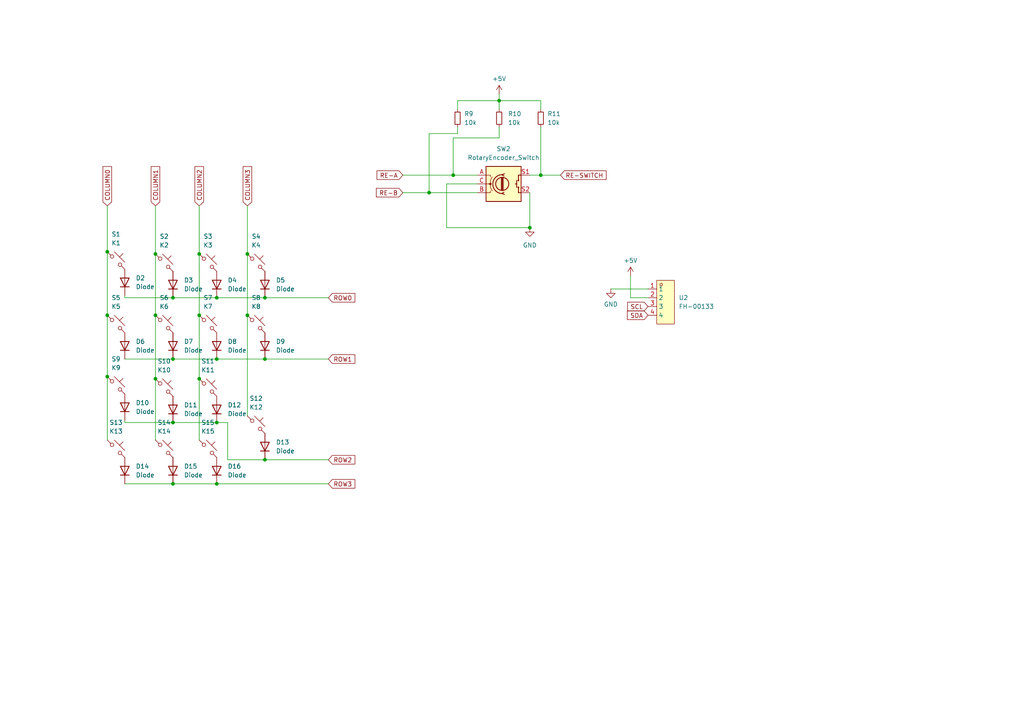
<source format=kicad_sch>
(kicad_sch (version 20230121) (generator eeschema)
  (paper "A4")
  (lib_symbols
    (symbol "Device:R_Small" (pin_numbers hide) (pin_names (offset 0.254) hide)
      (property "Reference" "R" (at 0.762 0.508 0))
      (property "Value" "R_Small" (at 0.762 -1.016 0))
      (symbol "R_Small_0_1"
        (rectangle (start -0.762 1.778) (end 0.762 -1.778) (stroke (width 0.2032)))
      )
      (symbol "R_Small_1_1"
        (pin passive line (at 0 2.54 270) (length 0.762) (name "~") (number "1"))
        (pin passive line (at 0 -2.54 90) (length 0.762) (name "~") (number "2"))
      )
    )
    (symbol "Device:RotaryEncoder_Switch" (pin_names (offset 0.254) hide)
      (property "Reference" "SW" (at 0 6.604 0))
      (property "Value" "RotaryEncoder_Switch" (at 0 -6.604 0))
      (symbol "RotaryEncoder_Switch_0_1"
        (rectangle (start -5.08 5.08) (end 5.08 -5.08) (stroke (width 0.254)) (fill (type background)))
        (circle (center -3.81 0) (radius 0.254) (fill (type outline)))
        (circle (center -0.381 0) (radius 1.905) (stroke (width 0.254)))
        (arc (start -0.381 2.667) (mid -3.0988 -0.0635) (end -0.381 -2.794) (stroke (width 0.254)))
        (polyline (pts (xy -0.635 -1.778) (xy -0.635 1.778)) (stroke (width 0.254)))
        (polyline (pts (xy -0.381 -1.778) (xy -0.381 1.778)) (stroke (width 0.254)))
        (polyline (pts (xy -0.127 1.778) (xy -0.127 -1.778)) (stroke (width 0.254)))
        (polyline (pts (xy 3.81 0) (xy 3.429 0)) (stroke (width 0.254)))
        (polyline (pts (xy 3.81 1.016) (xy 3.81 -1.016)) (stroke (width 0.254)))
        (polyline (pts (xy -5.08 -2.54) (xy -3.81 -2.54) (xy -3.81 -2.032)))
        (polyline (pts (xy -5.08 2.54) (xy -3.81 2.54) (xy -3.81 2.032)))
        (polyline (pts (xy 0.254 -3.048) (xy -0.508 -2.794) (xy 0.127 -2.413)) (stroke (width 0.254)))
        (polyline (pts (xy 0.254 2.921) (xy -0.508 2.667) (xy 0.127 2.286)) (stroke (width 0.254)))
        (polyline (pts (xy 5.08 -2.54) (xy 4.318 -2.54) (xy 4.318 -1.016)) (stroke (width 0.254)))
        (polyline (pts (xy 5.08 2.54) (xy 4.318 2.54) (xy 4.318 1.016)) (stroke (width 0.254)))
        (polyline (pts (xy -5.08 0) (xy -3.81 0) (xy -3.81 -1.016) (xy -3.302 -2.032)))
        (polyline (pts (xy -4.318 0) (xy -3.81 0) (xy -3.81 1.016) (xy -3.302 2.032)))
        (circle (center 4.318 -1.016) (radius 0.127) (stroke (width 0.254)))
        (circle (center 4.318 1.016) (radius 0.127) (stroke (width 0.254)))
      )
      (symbol "RotaryEncoder_Switch_1_1"
        (pin passive line (at -7.62 2.54 0) (length 2.54) (name "A") (number "A"))
        (pin passive line (at -7.62 -2.54 0) (length 2.54) (name "B") (number "B"))
        (pin passive line (at -7.62 0 0) (length 2.54) (name "C") (number "C"))
        (pin passive line (at 7.62 2.54 180) (length 2.54) (name "S1") (number "S1"))
        (pin passive line (at 7.62 -2.54 180) (length 2.54) (name "S2") (number "S2"))
      )
    )
    (symbol "ScottoKeebs:Placeholder_Diode" (pin_numbers hide) (pin_names hide)
      (property "Reference" "D" (at 0 2.54 0))
      (property "Value" "Diode" (at 0 -2.54 0))
      (symbol "Placeholder_Diode_0_1"
        (polyline (pts (xy -1.27 1.27) (xy -1.27 -1.27)) (stroke (width 0.254)))
        (polyline (pts (xy 1.27 0) (xy -1.27 0)))
        (polyline (pts (xy 1.27 1.27) (xy 1.27 -1.27) (xy -1.27 0) (xy 1.27 1.27)) (stroke (width 0.254)))
      )
      (symbol "Placeholder_Diode_1_1"
        (pin passive line (at -3.81 0 0) (length 2.54) (name "K") (number "1"))
        (pin passive line (at 3.81 0 180) (length 2.54) (name "A") (number "2"))
      )
    )
    (symbol "ScottoKeebs:Placeholder_Keyswitch" (pin_numbers hide) (pin_names (offset 1.016) hide)
      (property "Reference" "S" (at 3.048 1.016 0))
      (property "Value" "Keyswitch" (at 0 -3.81 0))
      (symbol "Placeholder_Keyswitch_0_1"
        (circle (center -1.1684 1.1684) (radius 0.508))
        (polyline (pts (xy -0.508 2.54) (xy 2.54 -0.508)))
        (polyline (pts (xy 1.016 1.016) (xy 2.032 2.032)))
        (polyline (pts (xy -2.54 2.54) (xy -1.524 1.524) (xy -1.524 1.524)))
        (polyline (pts (xy 1.524 -1.524) (xy 2.54 -2.54) (xy 2.54 -2.54) (xy 2.54 -2.54)))
        (circle (center 1.143 -1.1938) (radius 0.508))
        (pin passive line (at -2.54 2.54 0) (length 0) (name "1") (number "1"))
        (pin passive line (at 2.54 -2.54 180) (length 0) (name "2") (number "2"))
      )
    )
    (symbol "lcsc:FH-00133"
      (property "Reference" "U" (at 0 8.89 0))
      (property "Value" "FH-00133" (at 0 -8.89 0))
      (symbol "FH-00133_0_1"
        (rectangle (start -2.54 6.35) (end 2.54 -6.35) (fill (type background)))
        (circle (center -1.27 5.08) (radius 0.38))
        (pin unspecified line (at -5.08 3.81 0) (length 2.54) (name "1") (number "1"))
        (pin unspecified line (at -5.08 1.27 0) (length 2.54) (name "2") (number "2"))
        (pin unspecified line (at -5.08 -1.27 0) (length 2.54) (name "3") (number "3"))
        (pin unspecified line (at -5.08 -3.81 0) (length 2.54) (name "4") (number "4"))
      )
    )
    (symbol "power:+5V" (power) (pin_names (offset 0))
      (property "Value" "+5V" (at 0 3.556 0))
      (symbol "+5V_0_1"
        (polyline (pts (xy -0.762 1.27) (xy 0 2.54)))
        (polyline (pts (xy 0 0) (xy 0 2.54)))
        (polyline (pts (xy 0 2.54) (xy 0.762 1.27)))
      )
      (symbol "+5V_1_1"
        (pin power_in line (at 0 0 90) (length 0) hide (name "+5V") (number "1"))
      )
    )
    (symbol "power:GND" (power) (pin_names (offset 0))
      (property "Value" "GND" (at 0 -3.81 0))
      (symbol "GND_0_1"
        (polyline (pts (xy 0 0) (xy 0 -1.27) (xy 1.27 -1.27) (xy 0 -2.54) (xy -1.27 -1.27) (xy 0 -1.27)))
      )
      (symbol "GND_1_1"
        (pin power_in line (at 0 0 270) (length 0) hide (name "GND") (number "1"))
      )
    )
  )
  (junction (at 50.165 122.555))
  (junction (at 144.78 29.21))
  (junction (at 76.835 104.14))
  (junction (at 50.165 86.36))
  (junction (at 71.755 91.44))
  (junction (at 57.785 91.44))
  (junction (at 62.865 86.36))
  (junction (at 76.835 133.35))
  (junction (at 156.845 50.8))
  (junction (at 131.445 50.8))
  (junction (at 45.085 91.44))
  (junction (at 71.755 73.66))
  (junction (at 153.67 66.04))
  (junction (at 124.46 55.88))
  (junction (at 62.865 140.335))
  (junction (at 62.865 122.555))
  (junction (at 45.085 73.66))
  (junction (at 57.785 109.855))
  (junction (at 31.115 91.44))
  (junction (at 76.835 86.36))
  (junction (at 50.165 140.335))
  (junction (at 57.785 73.66))
  (junction (at 45.085 109.855))
  (junction (at 31.115 73.025))
  (junction (at 50.165 104.14))
  (junction (at 31.115 109.22))
  (junction (at 62.865 104.14))
  (wire (pts (xy 66.04 122.555) (xy 66.04 133.35)))
  (wire (pts (xy 57.785 73.66) (xy 57.785 91.44)))
  (wire (pts (xy 124.46 55.88) (xy 138.43 55.88)))
  (wire (pts (xy 144.78 27.305) (xy 144.78 29.21)))
  (wire (pts (xy 132.715 29.21) (xy 132.715 31.75)))
  (wire (pts (xy 138.43 53.34) (xy 129.54 53.34)))
  (wire (pts (xy 129.54 53.34) (xy 129.54 66.04)))
  (wire (pts (xy 31.115 73.025) (xy 31.115 91.44)))
  (wire (pts (xy 144.78 29.21) (xy 144.78 31.75)))
  (wire (pts (xy 62.865 104.14) (xy 76.835 104.14)))
  (wire (pts (xy 45.085 91.44) (xy 45.085 109.855)))
  (wire (pts (xy 62.865 86.36) (xy 76.835 86.36)))
  (wire (pts (xy 71.755 73.66) (xy 71.755 91.44)))
  (wire (pts (xy 129.54 66.04) (xy 153.67 66.04)))
  (wire (pts (xy 71.755 91.44) (xy 71.755 120.65)))
  (wire (pts (xy 177.165 83.82) (xy 187.96 83.82)))
  (wire (pts (xy 66.04 133.35) (xy 76.835 133.35)))
  (wire (pts (xy 153.67 66.04) (xy 153.67 55.88)))
  (wire (pts (xy 36.195 86.36) (xy 50.165 86.36)))
  (wire (pts (xy 116.84 50.8) (xy 131.445 50.8)))
  (wire (pts (xy 50.165 104.14) (xy 62.865 104.14)))
  (wire (pts (xy 124.46 38.735) (xy 124.46 55.88)))
  (wire (pts (xy 76.835 104.14) (xy 95.25 104.14)))
  (wire (pts (xy 132.715 36.83) (xy 132.715 38.735)))
  (wire (pts (xy 45.085 73.66) (xy 45.085 91.44)))
  (wire (pts (xy 50.165 140.335) (xy 62.865 140.335)))
  (wire (pts (xy 62.865 140.335) (xy 95.25 140.335)))
  (wire (pts (xy 45.085 109.855) (xy 45.085 127.635)))
  (wire (pts (xy 36.195 104.14) (xy 50.165 104.14)))
  (wire (pts (xy 57.785 59.69) (xy 57.785 73.66)))
  (wire (pts (xy 132.715 38.735) (xy 124.46 38.735)))
  (wire (pts (xy 36.195 140.335) (xy 50.165 140.335)))
  (wire (pts (xy 156.845 36.83) (xy 156.845 50.8)))
  (wire (pts (xy 57.785 109.855) (xy 57.785 127.635)))
  (wire (pts (xy 76.835 86.36) (xy 95.25 86.36)))
  (wire (pts (xy 144.78 29.21) (xy 132.715 29.21)))
  (wire (pts (xy 71.755 59.69) (xy 71.755 73.66)))
  (wire (pts (xy 153.67 50.8) (xy 156.845 50.8)))
  (wire (pts (xy 131.445 50.8) (xy 138.43 50.8)))
  (wire (pts (xy 144.78 36.83) (xy 144.78 40.005)))
  (wire (pts (xy 76.835 133.35) (xy 95.25 133.35)))
  (wire (pts (xy 144.78 29.21) (xy 156.845 29.21)))
  (wire (pts (xy 182.88 80.01) (xy 182.88 86.36)))
  (wire (pts (xy 36.195 121.92) (xy 36.195 122.555)))
  (wire (pts (xy 144.78 40.005) (xy 131.445 40.005)))
  (wire (pts (xy 57.785 91.44) (xy 57.785 109.855)))
  (wire (pts (xy 31.115 109.22) (xy 31.115 127.635)))
  (wire (pts (xy 31.115 59.69) (xy 31.115 73.025)))
  (wire (pts (xy 45.085 59.69) (xy 45.085 73.66)))
  (wire (pts (xy 116.84 55.88) (xy 124.46 55.88)))
  (wire (pts (xy 156.845 31.75) (xy 156.845 29.21)))
  (wire (pts (xy 36.195 85.725) (xy 36.195 86.36)))
  (wire (pts (xy 62.865 122.555) (xy 66.04 122.555)))
  (wire (pts (xy 131.445 40.005) (xy 131.445 50.8)))
  (wire (pts (xy 50.165 86.36) (xy 62.865 86.36)))
  (wire (pts (xy 182.88 86.36) (xy 187.96 86.36)))
  (wire (pts (xy 50.165 122.555) (xy 62.865 122.555)))
  (wire (pts (xy 36.195 122.555) (xy 50.165 122.555)))
  (wire (pts (xy 156.845 50.8) (xy 162.56 50.8)))
  (wire (pts (xy 31.115 91.44) (xy 31.115 109.22)))
  (global_label "RE-A" (shape input) (at 116.84 50.8 180) (property "Intersheetrefs" "${INTERSHEET_REFS}" (effects hide)))
  (global_label "ROW3" (shape input) (at 95.25 140.335 0) (property "Intersheetrefs" "${INTERSHEET_REFS}" (effects hide)))
  (global_label "RE-B" (shape input) (at 116.84 55.88 180) (property "Intersheetrefs" "${INTERSHEET_REFS}" (effects hide)))
  (global_label "COLUMN1" (shape input) (at 45.085 59.69 90) (property "Intersheetrefs" "${INTERSHEET_REFS}" (effects hide)))
  (global_label "SCL" (shape input) (at 187.96 88.9 180) (property "Intersheetrefs" "${INTERSHEET_REFS}" (effects hide)))
  (global_label "COLUMN0" (shape input) (at 31.115 59.69 90) (property "Intersheetrefs" "${INTERSHEET_REFS}" (effects hide)))
  (global_label "ROW1" (shape input) (at 95.25 104.14 0) (property "Intersheetrefs" "${INTERSHEET_REFS}" (effects hide)))
  (global_label "ROW0" (shape input) (at 95.25 86.36 0) (property "Intersheetrefs" "${INTERSHEET_REFS}" (effects hide)))
  (global_label "SDA" (shape input) (at 187.96 91.44 180) (property "Intersheetrefs" "${INTERSHEET_REFS}" (effects hide)))
  (global_label "COLUMN3" (shape input) (at 71.755 59.69 90) (property "Intersheetrefs" "${INTERSHEET_REFS}" (effects hide)))
  (global_label "COLUMN2" (shape input) (at 57.785 59.69 90) (property "Intersheetrefs" "${INTERSHEET_REFS}" (effects hide)))
  (global_label "RE-SWITCH" (shape input) (at 162.56 50.8 0) (property "Intersheetrefs" "${INTERSHEET_REFS}" (effects hide)))
  (global_label "ROW2" (shape input) (at 95.25 133.35 0) (property "Intersheetrefs" "${INTERSHEET_REFS}" (effects hide)))
  (symbol (lib_id "power:+5V") (at 144.78 27.305 0) (unit 1)
    (property "Reference" "#PWR016" (effects hide))
    (property "Value" "+5V" (at 144.78 22.86 0))
  )
  (symbol (lib_id "ScottoKeebs:Placeholder_Diode") (at 62.865 82.55 90) (unit 1)
    (property "Reference" "D4" (at 66.04 81.28 90) (effects (justify right)))
    (property "Value" "Diode" (at 66.04 83.82 90) (effects (justify right)))
    (property "Footprint" "ScottoKeebs_Components:Diode_DO-35" (effects hide))
    (property "Sim.Device" "D" (effects hide))
    (property "Sim.Pins" "1=K 2=A" (effects hide))
  )
  (symbol (lib_id "ScottoKeebs:Placeholder_Keyswitch") (at 33.655 75.565 0) (unit 1)
    (property "Reference" "S1" (at 33.655 67.945 0))
    (property "Value" "K1" (at 33.655 70.485 0))
    (property "Footprint" "ScottoKeebs_MX:MX_Plate_1.00u" (effects hide))
  )
  (symbol (lib_id "ScottoKeebs:Placeholder_Diode") (at 76.835 129.54 90) (unit 1)
    (property "Reference" "D13" (at 80.01 128.27 90) (effects (justify right)))
    (property "Value" "Diode" (at 80.01 130.81 90) (effects (justify right)))
    (property "Footprint" "ScottoKeebs_Components:Diode_DO-35" (effects hide))
    (property "Sim.Device" "D" (effects hide))
    (property "Sim.Pins" "1=K 2=A" (effects hide))
  )
  (symbol (lib_id "ScottoKeebs:Placeholder_Diode") (at 50.165 118.745 90) (unit 1)
    (property "Reference" "D11" (at 53.34 117.475 90) (effects (justify right)))
    (property "Value" "Diode" (at 53.34 120.015 90) (effects (justify right)))
    (property "Footprint" "ScottoKeebs_Components:Diode_DO-35" (effects hide))
    (property "Sim.Device" "D" (effects hide))
    (property "Sim.Pins" "1=K 2=A" (effects hide))
  )
  (symbol (lib_id "Device:R_Small") (at 156.845 34.29 0) (unit 1)
    (property "Reference" "R11" (at 158.75 33.02 0) (effects (justify left)))
    (property "Value" "10k" (at 158.75 35.56 0) (effects (justify left)))
    (property "Footprint" "Resistor_SMD:R_0805_2012Metric_Pad1.20x1.40mm_HandSolder" (effects hide))
  )
  (symbol (lib_id "ScottoKeebs:Placeholder_Diode") (at 76.835 82.55 90) (unit 1)
    (property "Reference" "D5" (at 80.01 81.28 90) (effects (justify right)))
    (property "Value" "Diode" (at 80.01 83.82 90) (effects (justify right)))
    (property "Footprint" "ScottoKeebs_Components:Diode_DO-35" (effects hide))
    (property "Sim.Device" "D" (effects hide))
    (property "Sim.Pins" "1=K 2=A" (effects hide))
  )
  (symbol (lib_id "ScottoKeebs:Placeholder_Keyswitch") (at 47.625 112.395 0) (unit 1)
    (property "Reference" "S10" (at 47.625 104.775 0))
    (property "Value" "K10" (at 47.625 107.315 0))
    (property "Footprint" "ScottoKeebs_MX:MX_Plate_1.00u" (effects hide))
  )
  (symbol (lib_id "ScottoKeebs:Placeholder_Keyswitch") (at 33.655 130.175 0) (unit 1)
    (property "Reference" "S13" (at 33.655 122.555 0))
    (property "Value" "K13" (at 33.655 125.095 0))
    (property "Footprint" "ScottoKeebs_MX:MX_Plate_1.00u" (effects hide))
  )
  (symbol (lib_id "Device:R_Small") (at 144.78 34.29 0) (unit 1)
    (property "Reference" "R10" (at 147.32 33.02 0) (effects (justify left)))
    (property "Value" "10k" (at 147.32 35.56 0) (effects (justify left)))
    (property "Footprint" "Resistor_SMD:R_0805_2012Metric_Pad1.20x1.40mm_HandSolder" (effects hide))
  )
  (symbol (lib_id "ScottoKeebs:Placeholder_Keyswitch") (at 74.295 93.98 0) (unit 1)
    (property "Reference" "S8" (at 74.295 86.36 0))
    (property "Value" "K8" (at 74.295 88.9 0))
    (property "Footprint" "ScottoKeebs_MX:MX_Plate_1.00u" (effects hide))
  )
  (symbol (lib_id "ScottoKeebs:Placeholder_Keyswitch") (at 60.325 76.2 0) (unit 1)
    (property "Reference" "S3" (at 60.325 68.58 0))
    (property "Value" "K3" (at 60.325 71.12 0))
    (property "Footprint" "ScottoKeebs_MX:MX_Plate_1.00u" (effects hide))
  )
  (symbol (lib_id "ScottoKeebs:Placeholder_Diode") (at 62.865 100.33 90) (unit 1)
    (property "Reference" "D8" (at 66.04 99.06 90) (effects (justify right)))
    (property "Value" "Diode" (at 66.04 101.6 90) (effects (justify right)))
    (property "Footprint" "ScottoKeebs_Components:Diode_DO-35" (effects hide))
    (property "Sim.Device" "D" (effects hide))
    (property "Sim.Pins" "1=K 2=A" (effects hide))
  )
  (symbol (lib_id "Device:RotaryEncoder_Switch") (at 146.05 53.34 0) (unit 1)
    (property "Reference" "SW2" (at 146.05 43.18 0))
    (property "Value" "RotaryEncoder_Switch" (at 146.05 45.72 0))
    (property "Footprint" "Rotary_Encoder:RotaryEncoder_Alps_EC12E-Switch_Vertical_H20mm" (effects hide))
  )
  (symbol (lib_id "ScottoKeebs:Placeholder_Diode") (at 36.195 81.915 90) (unit 1)
    (property "Reference" "D2" (at 39.37 80.645 90) (effects (justify right)))
    (property "Value" "Diode" (at 39.37 83.185 90) (effects (justify right)))
    (property "Footprint" "ScottoKeebs_Components:Diode_DO-35" (effects hide))
    (property "Sim.Device" "D" (effects hide))
    (property "Sim.Pins" "1=K 2=A" (effects hide))
  )
  (symbol (lib_id "power:+5V") (at 182.88 80.01 0) (unit 1)
    (property "Reference" "#PWR018" (effects hide))
    (property "Value" "+5V" (at 182.88 75.565 0))
  )
  (symbol (lib_id "ScottoKeebs:Placeholder_Keyswitch") (at 33.655 111.76 0) (unit 1)
    (property "Reference" "S9" (at 33.655 104.14 0))
    (property "Value" "K9" (at 33.655 106.68 0))
    (property "Footprint" "ScottoKeebs_MX:MX_Plate_1.00u" (effects hide))
  )
  (symbol (lib_id "ScottoKeebs:Placeholder_Keyswitch") (at 47.625 130.175 0) (unit 1)
    (property "Reference" "S14" (at 47.625 122.555 0))
    (property "Value" "K14" (at 47.625 125.095 0))
    (property "Footprint" "ScottoKeebs_MX:MX_Plate_1.00u" (effects hide))
  )
  (symbol (lib_id "ScottoKeebs:Placeholder_Diode") (at 62.865 118.745 90) (unit 1)
    (property "Reference" "D12" (at 66.04 117.475 90) (effects (justify right)))
    (property "Value" "Diode" (at 66.04 120.015 90) (effects (justify right)))
    (property "Footprint" "ScottoKeebs_Components:Diode_DO-35" (effects hide))
    (property "Sim.Device" "D" (effects hide))
    (property "Sim.Pins" "1=K 2=A" (effects hide))
  )
  (symbol (lib_id "Device:R_Small") (at 132.715 34.29 0) (unit 1)
    (property "Reference" "R9" (at 134.62 33.02 0) (effects (justify left)))
    (property "Value" "10k" (at 134.62 35.56 0) (effects (justify left)))
    (property "Footprint" "Resistor_SMD:R_0805_2012Metric_Pad1.20x1.40mm_HandSolder" (effects hide))
  )
  (symbol (lib_id "ScottoKeebs:Placeholder_Diode") (at 62.865 136.525 90) (unit 1)
    (property "Reference" "D16" (at 66.04 135.255 90) (effects (justify right)))
    (property "Value" "Diode" (at 66.04 137.795 90) (effects (justify right)))
    (property "Footprint" "ScottoKeebs_Components:Diode_DO-35" (effects hide))
    (property "Sim.Device" "D" (effects hide))
    (property "Sim.Pins" "1=K 2=A" (effects hide))
  )
  (symbol (lib_id "ScottoKeebs:Placeholder_Keyswitch") (at 74.295 123.19 0) (unit 1)
    (property "Reference" "S12" (at 74.295 115.57 0))
    (property "Value" "K12" (at 74.295 118.11 0))
    (property "Footprint" "ScottoKeebs_MX:MX_Plate_1.00u" (effects hide))
  )
  (symbol (lib_id "ScottoKeebs:Placeholder_Diode") (at 50.165 82.55 90) (unit 1)
    (property "Reference" "D3" (at 53.34 81.28 90) (effects (justify right)))
    (property "Value" "Diode" (at 53.34 83.82 90) (effects (justify right)))
    (property "Footprint" "ScottoKeebs_Components:Diode_DO-35" (effects hide))
    (property "Sim.Device" "D" (effects hide))
    (property "Sim.Pins" "1=K 2=A" (effects hide))
  )
  (symbol (lib_id "ScottoKeebs:Placeholder_Keyswitch") (at 47.625 76.2 0) (unit 1)
    (property "Reference" "S2" (at 47.625 68.58 0))
    (property "Value" "K2" (at 47.625 71.12 0))
    (property "Footprint" "ScottoKeebs_MX:MX_Plate_1.00u" (effects hide))
  )
  (symbol (lib_id "ScottoKeebs:Placeholder_Keyswitch") (at 47.625 93.98 0) (unit 1)
    (property "Reference" "S6" (at 47.625 86.36 0))
    (property "Value" "K6" (at 47.625 88.9 0))
    (property "Footprint" "ScottoKeebs_MX:MX_Plate_1.00u" (effects hide))
  )
  (symbol (lib_id "ScottoKeebs:Placeholder_Keyswitch") (at 60.325 112.395 0) (unit 1)
    (property "Reference" "S11" (at 60.325 104.775 0))
    (property "Value" "K11" (at 60.325 107.315 0))
    (property "Footprint" "ScottoKeebs_MX:MX_Plate_1.00u" (effects hide))
  )
  (symbol (lib_id "power:GND") (at 153.67 66.04 0) (unit 1)
    (property "Reference" "#PWR015" (effects hide))
    (property "Value" "GND" (at 153.67 71.12 0))
  )
  (symbol (lib_id "ScottoKeebs:Placeholder_Diode") (at 36.195 100.33 90) (unit 1)
    (property "Reference" "D6" (at 39.37 99.06 90) (effects (justify right)))
    (property "Value" "Diode" (at 39.37 101.6 90) (effects (justify right)))
    (property "Footprint" "ScottoKeebs_Components:Diode_DO-35" (effects hide))
    (property "Sim.Device" "D" (effects hide))
    (property "Sim.Pins" "1=K 2=A" (effects hide))
  )
  (symbol (lib_id "ScottoKeebs:Placeholder_Diode") (at 50.165 136.525 90) (unit 1)
    (property "Reference" "D15" (at 53.34 135.255 90) (effects (justify right)))
    (property "Value" "Diode" (at 53.34 137.795 90) (effects (justify right)))
    (property "Footprint" "ScottoKeebs_Components:Diode_DO-35" (effects hide))
    (property "Sim.Device" "D" (effects hide))
    (property "Sim.Pins" "1=K 2=A" (effects hide))
  )
  (symbol (lib_id "ScottoKeebs:Placeholder_Keyswitch") (at 60.325 130.175 0) (unit 1)
    (property "Reference" "S15" (at 60.325 122.555 0))
    (property "Value" "K15" (at 60.325 125.095 0))
    (property "Footprint" "ScottoKeebs_MX:MX_Plate_1.00u" (effects hide))
  )
  (symbol (lib_id "ScottoKeebs:Placeholder_Diode") (at 76.835 100.33 90) (unit 1)
    (property "Reference" "D9" (at 80.01 99.06 90) (effects (justify right)))
    (property "Value" "Diode" (at 80.01 101.6 90) (effects (justify right)))
    (property "Footprint" "ScottoKeebs_Components:Diode_DO-35" (effects hide))
    (property "Sim.Device" "D" (effects hide))
    (property "Sim.Pins" "1=K 2=A" (effects hide))
  )
  (symbol (lib_id "ScottoKeebs:Placeholder_Diode") (at 50.165 100.33 90) (unit 1)
    (property "Reference" "D7" (at 53.34 99.06 90) (effects (justify right)))
    (property "Value" "Diode" (at 53.34 101.6 90) (effects (justify right)))
    (property "Footprint" "ScottoKeebs_Components:Diode_DO-35" (effects hide))
    (property "Sim.Device" "D" (effects hide))
    (property "Sim.Pins" "1=K 2=A" (effects hide))
  )
  (symbol (lib_id "lcsc:FH-00133") (at 193.04 87.63 0) (unit 1)
    (property "Reference" "U2" (at 196.85 86.36 0) (effects (justify left)))
    (property "Value" "FH-00133" (at 196.85 88.9 0) (effects (justify left)))
    (property "Footprint" "Connector_PinSocket_2.54mm:PinSocket_1x04_P2.54mm_Vertical" (effects hide))
    (property "LCSC Part" "C2685089" (effects hide))
  )
  (symbol (lib_id "ScottoKeebs:Placeholder_Keyswitch") (at 60.325 93.98 0) (unit 1)
    (property "Reference" "S7" (at 60.325 86.36 0))
    (property "Value" "K7" (at 60.325 88.9 0))
    (property "Footprint" "ScottoKeebs_MX:MX_Plate_1.00u" (effects hide))
  )
  (symbol (lib_id "ScottoKeebs:Placeholder_Keyswitch") (at 74.295 76.2 0) (unit 1)
    (property "Reference" "S4" (at 74.295 68.58 0))
    (property "Value" "K4" (at 74.295 71.12 0))
    (property "Footprint" "ScottoKeebs_MX:MX_Plate_1.00u" (effects hide))
  )
  (symbol (lib_id "ScottoKeebs:Placeholder_Diode") (at 36.195 136.525 90) (unit 1)
    (property "Reference" "D14" (at 39.37 135.255 90) (effects (justify right)))
    (property "Value" "Diode" (at 39.37 137.795 90) (effects (justify right)))
    (property "Footprint" "ScottoKeebs_Components:Diode_DO-35" (effects hide))
    (property "Sim.Device" "D" (effects hide))
    (property "Sim.Pins" "1=K 2=A" (effects hide))
  )
  (symbol (lib_id "ScottoKeebs:Placeholder_Keyswitch") (at 33.655 93.98 0) (unit 1)
    (property "Reference" "S5" (at 33.655 86.36 0))
    (property "Value" "K5" (at 33.655 88.9 0))
    (property "Footprint" "ScottoKeebs_MX:MX_Plate_1.00u" (effects hide))
  )
  (symbol (lib_id "power:GND") (at 177.165 83.82 0) (unit 1)
    (property "Reference" "#PWR017" (effects hide))
    (property "Value" "GND" (at 177.165 88.265 0))
  )
  (symbol (lib_id "ScottoKeebs:Placeholder_Diode") (at 36.195 118.11 90) (unit 1)
    (property "Reference" "D10" (at 39.37 116.84 90) (effects (justify right)))
    (property "Value" "Diode" (at 39.37 119.38 90) (effects (justify right)))
    (property "Footprint" "ScottoKeebs_Components:Diode_DO-35" (effects hide))
    (property "Sim.Device" "D" (effects hide))
    (property "Sim.Pins" "1=K 2=A" (effects hide))
  )
)
</source>
